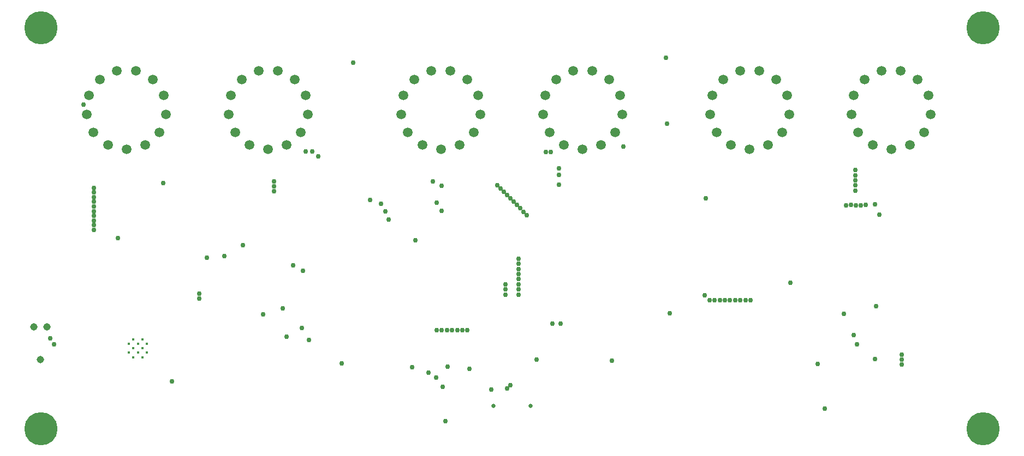
<source format=gbs>
G04*
G04 #@! TF.GenerationSoftware,Altium Limited,Altium Designer,24.5.2 (23)*
G04*
G04 Layer_Color=16711935*
%FSLAX25Y25*%
%MOIN*%
G70*
G04*
G04 #@! TF.SameCoordinates,392925F4-2C65-46F8-8396-EB9CC80DF0C9*
G04*
G04*
G04 #@! TF.FilePolarity,Negative*
G04*
G01*
G75*
%ADD94C,0.05898*%
%ADD95C,0.02559*%
%ADD96C,0.20276*%
%ADD97C,0.01575*%
%ADD98C,0.04492*%
%ADD99C,0.02953*%
D94*
X631500Y414130D02*
D03*
X642825Y416922D02*
D03*
X651556Y424656D02*
D03*
X655692Y435563D02*
D03*
X654286Y447142D02*
D03*
X647660Y456741D02*
D03*
X637332Y462162D02*
D03*
X625668D02*
D03*
X615340Y456741D02*
D03*
X608714Y447142D02*
D03*
X607308Y435563D02*
D03*
X611444Y424656D02*
D03*
X620175Y416922D02*
D03*
X356500Y414130D02*
D03*
X367825Y416922D02*
D03*
X376556Y424656D02*
D03*
X380692Y435563D02*
D03*
X379286Y447142D02*
D03*
X372660Y456741D02*
D03*
X362332Y462162D02*
D03*
X350668D02*
D03*
X340340Y456741D02*
D03*
X333714Y447142D02*
D03*
X332308Y435563D02*
D03*
X336444Y424656D02*
D03*
X345175Y416922D02*
D03*
X545000Y414130D02*
D03*
X556325Y416922D02*
D03*
X565056Y424656D02*
D03*
X569192Y435563D02*
D03*
X567786Y447142D02*
D03*
X561160Y456741D02*
D03*
X550832Y462162D02*
D03*
X539168D02*
D03*
X528840Y456741D02*
D03*
X522214Y447142D02*
D03*
X520808Y435563D02*
D03*
X524944Y424656D02*
D03*
X533675Y416922D02*
D03*
X251000Y414130D02*
D03*
X262325Y416922D02*
D03*
X271056Y424656D02*
D03*
X275192Y435563D02*
D03*
X273786Y447142D02*
D03*
X267160Y456741D02*
D03*
X256832Y462162D02*
D03*
X245168D02*
D03*
X234840Y456741D02*
D03*
X228214Y447142D02*
D03*
X226808Y435563D02*
D03*
X230944Y424656D02*
D03*
X239675Y416922D02*
D03*
X443000Y414130D02*
D03*
X454325Y416922D02*
D03*
X463056Y424656D02*
D03*
X467192Y435563D02*
D03*
X465786Y447142D02*
D03*
X459160Y456741D02*
D03*
X448832Y462162D02*
D03*
X437168D02*
D03*
X426840Y456741D02*
D03*
X420214Y447142D02*
D03*
X418808Y435563D02*
D03*
X422944Y424656D02*
D03*
X431675Y416922D02*
D03*
X164500Y414130D02*
D03*
X175825Y416922D02*
D03*
X184556Y424656D02*
D03*
X188692Y435563D02*
D03*
X187286Y447142D02*
D03*
X180660Y456741D02*
D03*
X170332Y462162D02*
D03*
X158668D02*
D03*
X148340Y456741D02*
D03*
X141714Y447142D02*
D03*
X140308Y435563D02*
D03*
X144444Y424656D02*
D03*
X153175Y416922D02*
D03*
D95*
X388604Y257204D02*
D03*
X411360D02*
D03*
D96*
X687689Y243311D02*
D03*
Y488689D02*
D03*
X112311Y243311D02*
D03*
Y488689D02*
D03*
D97*
X168756Y298000D02*
D03*
X174268D02*
D03*
X168756Y292488D02*
D03*
X174268D02*
D03*
X168756Y286976D02*
D03*
X174268D02*
D03*
X166000Y295244D02*
D03*
X171512D02*
D03*
X177024D02*
D03*
X166000Y289732D02*
D03*
X177024D02*
D03*
X171512D02*
D03*
D98*
X116000Y305500D02*
D03*
X108000D02*
D03*
X112000Y285500D02*
D03*
D99*
X271600Y304800D02*
D03*
X276000Y297500D02*
D03*
X262300Y299600D02*
D03*
X272300Y339700D02*
D03*
X586500Y283000D02*
D03*
X224200Y348900D02*
D03*
X348800Y277600D02*
D03*
X353500Y274600D02*
D03*
X138400Y441500D02*
D03*
X356900Y391800D02*
D03*
X428734Y398434D02*
D03*
X428458Y402458D02*
D03*
X295900Y283300D02*
D03*
X159200Y359800D02*
D03*
X266300Y343100D02*
D03*
X247900Y313300D02*
D03*
X186900Y393500D02*
D03*
X303000Y467300D02*
D03*
X493800Y470200D02*
D03*
X494500Y429800D02*
D03*
X518200Y384200D02*
D03*
X591000Y255600D02*
D03*
X602700Y313500D02*
D03*
X624300Y374200D02*
D03*
X569900Y332400D02*
D03*
X496400Y313900D02*
D03*
X460900Y284900D02*
D03*
X414800Y285400D02*
D03*
X338900Y280900D02*
D03*
X359400Y247800D02*
D03*
X259900Y317000D02*
D03*
X387200Y267200D02*
D03*
X208800Y325862D02*
D03*
Y323000D02*
D03*
X357500Y268800D02*
D03*
X399024Y269724D02*
D03*
X397000Y267700D02*
D03*
X374100Y279700D02*
D03*
X360500Y281300D02*
D03*
X313300Y383100D02*
D03*
X281500Y409881D02*
D03*
X320024Y380982D02*
D03*
X324500Y371300D02*
D03*
X322692Y376192D02*
D03*
X609500Y401500D02*
D03*
Y398350D02*
D03*
X120300Y294900D02*
D03*
X117800Y298500D02*
D03*
X192300Y272200D02*
D03*
X341100Y358600D02*
D03*
X428500Y392500D02*
D03*
X254458Y391542D02*
D03*
X351500Y394500D02*
D03*
X357000Y376500D02*
D03*
X354000Y381500D02*
D03*
X213500Y348000D02*
D03*
X235500Y355500D02*
D03*
X254500Y394500D02*
D03*
Y388500D02*
D03*
X545697Y322000D02*
D03*
X520500D02*
D03*
X523650D02*
D03*
X526799D02*
D03*
X517500Y325000D02*
D03*
X529949Y322000D02*
D03*
X533098D02*
D03*
X536248D02*
D03*
X539398D02*
D03*
X542547D02*
D03*
X423650Y412500D02*
D03*
X420500D02*
D03*
X409000Y374000D02*
D03*
X406976Y376024D02*
D03*
X404952Y378048D02*
D03*
X402928Y380072D02*
D03*
X400905Y382096D02*
D03*
X278000Y413000D02*
D03*
X274000D02*
D03*
X144500Y364870D02*
D03*
Y367732D02*
D03*
Y370595D02*
D03*
Y373457D02*
D03*
Y376319D02*
D03*
Y379181D02*
D03*
Y382043D02*
D03*
Y390630D02*
D03*
Y384906D02*
D03*
Y387768D02*
D03*
X396000Y331551D02*
D03*
Y328402D02*
D03*
Y325252D02*
D03*
X372748Y303500D02*
D03*
X369598D02*
D03*
X366449D02*
D03*
X363299D02*
D03*
X360150D02*
D03*
X357000D02*
D03*
X353850D02*
D03*
X390785Y392215D02*
D03*
X392809Y390191D02*
D03*
X394833Y388167D02*
D03*
X396857Y386143D02*
D03*
X398881Y384119D02*
D03*
X404000Y347299D02*
D03*
Y344150D02*
D03*
Y341000D02*
D03*
X468000Y416000D02*
D03*
X429500Y307500D02*
D03*
X404000Y334701D02*
D03*
Y328402D02*
D03*
Y331551D02*
D03*
Y325252D02*
D03*
X424500Y307500D02*
D03*
X404000Y337850D02*
D03*
X610000Y380000D02*
D03*
X604000D02*
D03*
X607027Y380111D02*
D03*
X616000Y380154D02*
D03*
X613000Y380000D02*
D03*
X609500Y388902D02*
D03*
Y392051D02*
D03*
Y395201D02*
D03*
X621500Y380500D02*
D03*
X638000Y282500D02*
D03*
Y285500D02*
D03*
Y288500D02*
D03*
X622246Y318250D02*
D03*
X608500Y300500D02*
D03*
X621500Y286000D02*
D03*
X610500Y295000D02*
D03*
M02*

</source>
